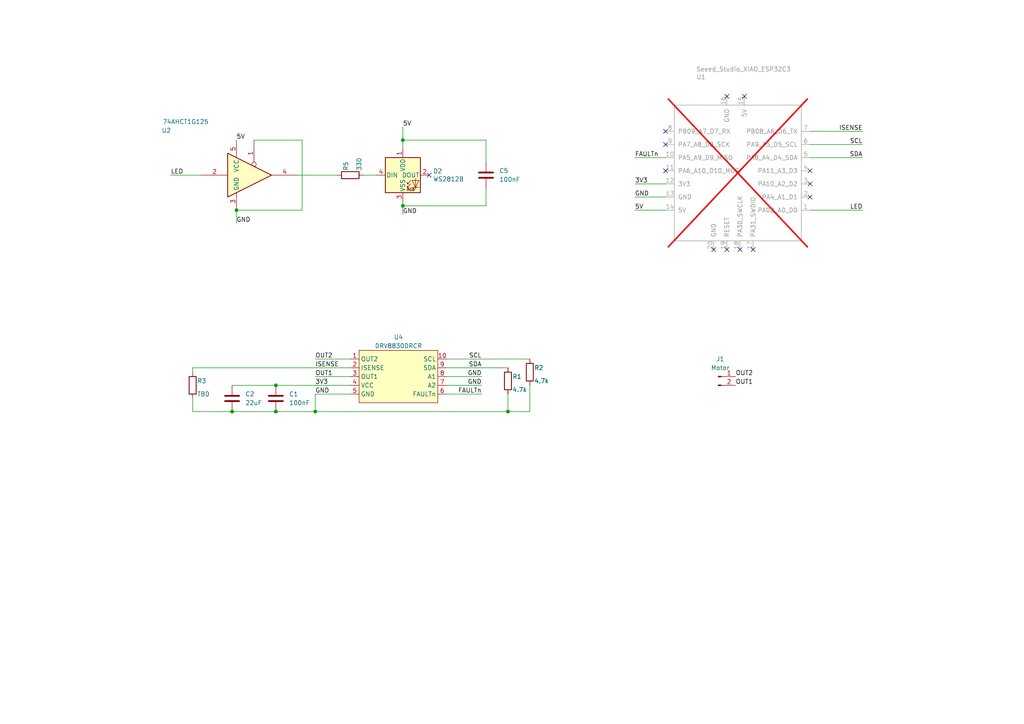
<source format=kicad_sch>
(kicad_sch (version 20231120) (generator "eeschema") (generator_version "8.0")
  (paper "A4")
  (lib_symbols
    (symbol "74xGxx:74AHCT1G125"
      (property "Reference" "U" (at -2.54 3.81 0))
      (property "Value" "74AHCT1G125" (at 0 -3.81 0))
      (symbol "74AHCT1G125_0_1"
        (polyline (pts (xy -7.62 6.35) (xy -7.62 -6.35) (xy 5.08 0) (xy -7.62 6.35)) (stroke (width 0.254)) (fill (type background)))
      )
      (symbol "74AHCT1G125_1_1"
        (pin input inverted (at 0 10.16 270) (length 7.62) (name "~") (number "1"))
        (pin input line (at -15.24 0 0) (length 7.62) (name "~") (number "2"))
        (pin power_in line (at -5.08 -10.16 90) (length 5.08) (name "GND") (number "3"))
        (pin tri_state line (at 12.7 0 180) (length 7.62) (name "~") (number "4"))
        (pin power_in line (at -5.08 10.16 270) (length 5.08) (name "VCC") (number "5"))
      )
    )
    (symbol "Connector:Conn_01x02_Pin" (pin_names (offset 1.016) hide)
      (property "Reference" "J" (at 0 2.54 0))
      (property "Value" "Conn_01x02_Pin" (at 0 -5.08 0))
      (symbol "Conn_01x02_Pin_1_1"
        (polyline (pts (xy 1.27 -2.54) (xy 0.8636 -2.54)) (stroke (width 0.1524)))
        (polyline (pts (xy 1.27 0) (xy 0.8636 0)) (stroke (width 0.1524)))
        (rectangle (start 0.8636 -2.413) (end 0 -2.667) (stroke (width 0.1524)) (fill (type outline)))
        (rectangle (start 0.8636 0.127) (end 0 -0.127) (stroke (width 0.1524)) (fill (type outline)))
        (pin passive line (at 5.08 0 180) (length 3.81) (name "Pin_1") (number "1"))
        (pin passive line (at 5.08 -2.54 180) (length 3.81) (name "Pin_2") (number "2"))
      )
    )
    (symbol "Device:C" (pin_numbers hide) (pin_names (offset 0.254))
      (property "Reference" "C" (at 0.635 2.54 0))
      (property "Value" "C" (at 0.635 -2.54 0))
      (symbol "C_0_1"
        (polyline (pts (xy -2.032 -0.762) (xy 2.032 -0.762)) (stroke (width 0.508)))
        (polyline (pts (xy -2.032 0.762) (xy 2.032 0.762)) (stroke (width 0.508)))
      )
      (symbol "C_1_1"
        (pin passive line (at 0 3.81 270) (length 2.794) (name "~") (number "1"))
        (pin passive line (at 0 -3.81 90) (length 2.794) (name "~") (number "2"))
      )
    )
    (symbol "Device:R" (pin_numbers hide) (pin_names (offset 0))
      (property "Reference" "R" (at 2.032 0 90))
      (property "Value" "R" (at 0 0 90))
      (symbol "R_0_1"
        (rectangle (start -1.016 -2.54) (end 1.016 2.54) (stroke (width 0.254)))
      )
      (symbol "R_1_1"
        (pin passive line (at 0 3.81 270) (length 1.27) (name "~") (number "1"))
        (pin passive line (at 0 -3.81 90) (length 1.27) (name "~") (number "2"))
      )
    )
    (symbol "LED:WS2812B" (pin_names (offset 0.254))
      (property "Reference" "D" (at 5.08 5.715 0))
      (property "Value" "WS2812B" (at 1.27 -5.715 0))
      (symbol "WS2812B_0_0"
        (text "RGB" (at 2.286 -4.191 0) (effects (font (size 0.762 0.762))))
      )
      (symbol "WS2812B_0_1"
        (polyline (pts (xy 1.27 -3.556) (xy 1.778 -3.556)))
        (polyline (pts (xy 1.27 -2.54) (xy 1.778 -2.54)))
        (polyline (pts (xy 4.699 -3.556) (xy 2.667 -3.556)))
        (polyline (pts (xy 2.286 -2.54) (xy 1.27 -3.556) (xy 1.27 -3.048)))
        (polyline (pts (xy 2.286 -1.524) (xy 1.27 -2.54) (xy 1.27 -2.032)))
        (polyline (pts (xy 3.683 -1.016) (xy 3.683 -3.556) (xy 3.683 -4.064)))
        (polyline (pts (xy 4.699 -1.524) (xy 2.667 -1.524) (xy 3.683 -3.556) (xy 4.699 -1.524)))
        (rectangle (start 5.08 5.08) (end -5.08 -5.08) (stroke (width 0.254)) (fill (type background)))
      )
      (symbol "WS2812B_1_1"
        (pin power_in line (at 0 7.62 270) (length 2.54) (name "VDD") (number "1"))
        (pin output line (at 7.62 0 180) (length 2.54) (name "DOUT") (number "2"))
        (pin power_in line (at 0 -7.62 90) (length 2.54) (name "VSS") (number "3"))
        (pin input line (at -7.62 0 0) (length 2.54) (name "DIN") (number "4"))
      )
    )
    (symbol "Seeed_Studio_XIAO_Series:Seeed_Studio_XIAO_Generic" (pin_names (offset 1.016))
      (property "Reference" "U" (at -13.716 28.702 0))
      (property "Value" "Seeed_Studio_XIAO_Generic" (at -2.54 30.988 0))
      (symbol "Seeed_Studio_XIAO_Generic_0_1"
        (rectangle (start -19.05 20.32) (end 17.78 -19.05))
      )
      (symbol "Seeed_Studio_XIAO_Generic_1_1"
        (pin bidirectional line (at -21.59 11.43 0) (length 2.54) (name "PA02_A0_D0") (number "1"))
        (pin bidirectional line (at 20.32 -3.81 180) (length 2.54) (name "PA5_A9_D9_MISO") (number "10"))
        (pin bidirectional line (at 20.32 0 180) (length 2.54) (name "PA6_A10_D10_MOSI") (number "11"))
        (pin power_out line (at 20.32 3.81 180) (length 2.54) (name "3V3") (number "12"))
        (pin power_in line (at 20.32 7.62 180) (length 2.54) (name "GND") (number "13"))
        (pin power_out line (at 20.32 11.43 180) (length 2.54) (name "5V") (number "14"))
        (pin power_out line (at -2.54 -21.59 90) (length 2.54) (name "5V") (number "15"))
        (pin power_in line (at 2.54 -21.59 90) (length 2.54) (name "GND") (number "16"))
        (pin input line (at -5.08 22.86 270) (length 2.54) (name "PA31_SWDIO") (number "17"))
        (pin input line (at -1.27 22.86 270) (length 2.54) (name "PA30_SWCLK") (number "18"))
        (pin input line (at 2.54 22.86 270) (length 2.54) (name "RESET") (number "19"))
        (pin bidirectional line (at -21.59 7.62 0) (length 2.54) (name "PA4_A1_D1") (number "2"))
        (pin power_in line (at 6.35 22.86 270) (length 2.54) (name "GND") (number "20"))
        (pin bidirectional line (at -21.59 3.81 0) (length 2.54) (name "PA10_A2_D2") (number "3"))
        (pin bidirectional line (at -21.59 0 0) (length 2.54) (name "PA11_A3_D3") (number "4"))
        (pin bidirectional line (at -21.59 -3.81 0) (length 2.54) (name "PA8_A4_D4_SDA") (number "5"))
        (pin bidirectional line (at -21.59 -7.62 0) (length 2.54) (name "PA9_A5_D5_SCL") (number "6"))
        (pin bidirectional line (at -21.59 -11.43 0) (length 2.54) (name "PB08_A6_D6_TX") (number "7"))
        (pin bidirectional line (at 20.32 -11.43 180) (length 2.54) (name "PB09_A7_D7_RX") (number "8"))
        (pin bidirectional line (at 20.32 -7.62 180) (length 2.54) (name "PA7_A8_D8_SCK") (number "9"))
      )
    )
    (symbol "mayhem:DRV8830"
      (property "Reference" "U" (at 0 -2.54 0))
      (symbol "DRV8830_1_1"
        (rectangle (start -11.43 -3.81) (end 11.43 -19.05) (fill (type background)))
        (pin output line (at -13.97 -6.35 0) (length 2.54) (name "OUT2") (number "1"))
        (pin bidirectional line (at 13.97 -6.35 180) (length 2.54) (name "SCL") (number "10"))
        (pin input line (at -13.97 -8.89 0) (length 2.54) (name "ISENSE") (number "2"))
        (pin output line (at -13.97 -11.43 0) (length 2.54) (name "OUT1") (number "3"))
        (pin power_in line (at -13.97 -13.97 0) (length 2.54) (name "VCC") (number "4"))
        (pin power_in line (at -13.97 -16.51 0) (length 2.54) (name "GND") (number "5"))
        (pin output line (at 13.97 -16.51 180) (length 2.54) (name "FAULTn") (number "6"))
        (pin input line (at 13.97 -13.97 180) (length 2.54) (name "A2") (number "7"))
        (pin input line (at 13.97 -11.43 180) (length 2.54) (name "A1") (number "8"))
        (pin bidirectional line (at 13.97 -8.89 180) (length 2.54) (name "SDA") (number "9"))
      )
    )
  )
  (junction (at 80.01 111.76))
  (junction (at 116.84 59.69))
  (junction (at 67.31 119.38))
  (junction (at 91.44 119.38))
  (junction (at 80.01 119.38))
  (junction (at 68.58 60.96))
  (junction (at 147.32 119.38))
  (junction (at 116.84 40.64))
  (no_connect (at 193.04 49.53))
  (no_connect (at 210.82 72.39))
  (no_connect (at 218.44 72.39))
  (no_connect (at 210.82 27.94))
  (no_connect (at 207.01 72.39))
  (no_connect (at 234.95 57.15))
  (no_connect (at 193.04 41.91))
  (no_connect (at 234.95 49.53))
  (no_connect (at 234.95 53.34))
  (no_connect (at 193.04 38.1))
  (no_connect (at 214.63 72.39))
  (no_connect (at 215.9 27.94))
  (no_connect (at 124.46 50.8))
  (wire (pts (xy 86.36 50.8) (xy 97.79 50.8)))
  (wire (pts (xy 129.54 106.68) (xy 147.32 106.68)))
  (wire (pts (xy 68.58 60.96) (xy 68.58 64.77)))
  (wire (pts (xy 129.54 111.76) (xy 139.7 111.76)))
  (wire (pts (xy 116.84 59.69) (xy 140.97 59.69)))
  (wire (pts (xy 55.88 106.68) (xy 55.88 107.95)))
  (wire (pts (xy 147.32 119.38) (xy 147.32 114.3)))
  (wire (pts (xy 184.15 53.34) (xy 193.04 53.34)))
  (wire (pts (xy 67.31 119.38) (xy 80.01 119.38)))
  (wire (pts (xy 184.15 60.96) (xy 193.04 60.96)))
  (wire (pts (xy 116.84 43.18) (xy 116.84 40.64)))
  (wire (pts (xy 73.66 40.64) (xy 87.63 40.64)))
  (wire (pts (xy 234.95 45.72) (xy 250.19 45.72)))
  (wire (pts (xy 91.44 119.38) (xy 147.32 119.38)))
  (wire (pts (xy 80.01 111.76) (xy 101.6 111.76)))
  (wire (pts (xy 234.95 38.1) (xy 250.19 38.1)))
  (wire (pts (xy 55.88 119.38) (xy 55.88 115.57)))
  (wire (pts (xy 91.44 104.14) (xy 101.6 104.14)))
  (wire (pts (xy 140.97 40.64) (xy 116.84 40.64)))
  (wire (pts (xy 80.01 119.38) (xy 91.44 119.38)))
  (wire (pts (xy 67.31 119.38) (xy 55.88 119.38)))
  (wire (pts (xy 55.88 106.68) (xy 101.6 106.68)))
  (wire (pts (xy 49.53 50.8) (xy 58.42 50.8)))
  (wire (pts (xy 91.44 109.22) (xy 101.6 109.22)))
  (wire (pts (xy 140.97 54.61) (xy 140.97 59.69)))
  (wire (pts (xy 116.84 58.42) (xy 116.84 59.69)))
  (wire (pts (xy 147.32 119.38) (xy 153.67 119.38)))
  (wire (pts (xy 116.84 59.69) (xy 116.84 62.23)))
  (wire (pts (xy 116.84 40.64) (xy 116.84 36.83)))
  (wire (pts (xy 234.95 41.91) (xy 250.19 41.91)))
  (wire (pts (xy 184.15 45.72) (xy 193.04 45.72)))
  (wire (pts (xy 153.67 119.38) (xy 153.67 111.76)))
  (wire (pts (xy 140.97 46.99) (xy 140.97 40.64)))
  (wire (pts (xy 234.95 60.96) (xy 250.19 60.96)))
  (wire (pts (xy 91.44 114.3) (xy 101.6 114.3)))
  (wire (pts (xy 129.54 109.22) (xy 139.7 109.22)))
  (wire (pts (xy 87.63 60.96) (xy 68.58 60.96)))
  (wire (pts (xy 87.63 40.64) (xy 87.63 60.96)))
  (wire (pts (xy 129.54 114.3) (xy 139.7 114.3)))
  (wire (pts (xy 67.31 111.76) (xy 80.01 111.76)))
  (wire (pts (xy 109.22 50.8) (xy 105.41 50.8)))
  (wire (pts (xy 184.15 57.15) (xy 193.04 57.15)))
  (wire (pts (xy 129.54 104.14) (xy 153.67 104.14)))
  (wire (pts (xy 91.44 119.38) (xy 91.44 114.3)))
  (label "OUT2" (at 91.44 104.14 0))
  (label "LED" (at 49.53 50.8 0))
  (label "OUT1" (at 213.36 111.76 0))
  (label "5V" (at 184.15 60.96 0))
  (label "3V3" (at 184.15 53.34 0))
  (label "GND" (at 139.7 111.76 180))
  (label "OUT1" (at 91.44 109.22 0))
  (label "ISENSE" (at 250.19 38.1 180))
  (label "ISENSE" (at 91.44 106.68 0))
  (label "5V" (at 68.58 40.64 0))
  (label "GND" (at 139.7 109.22 180))
  (label "LED" (at 250.19 60.96 180))
  (label "SDA" (at 250.19 45.72 180))
  (label "GND" (at 68.58 64.77 0))
  (label "SCL" (at 250.19 41.91 180))
  (label "3V3" (at 91.44 111.76 0))
  (label "SCL" (at 139.7 104.14 180))
  (label "FAULTn" (at 184.15 45.72 0))
  (label "5V" (at 116.84 36.83 0))
  (label "GND" (at 91.44 114.3 0))
  (label "FAULTn" (at 139.7 114.3 180))
  (label "SDA" (at 139.7 106.68 180))
  (label "OUT2" (at 213.36 109.22 0))
  (label "GND" (at 184.15 57.15 0))
  (label "GND" (at 116.84 62.23 0))
  (symbol (lib_id "LED:WS2812B") (at 116.84 50.8 0) (unit 1)
    (property "Reference" "D2" (at 125.5776 49.6316 0) (effects (justify left)))
    (property "Value" "WS2812B" (at 125.5776 51.943 0) (effects (justify left)))
    (property "Footprint" "LED_SMD:LED_WS2812B_PLCC4_5.0x5.0mm_P3.2mm" (effects (hide yes)))
    (property "Datasheet" "https://cdn-shop.adafruit.com/datasheets/WS2812B.pdf" (effects (hide yes)))
  )
  (symbol (lib_id "74xGxx:74AHCT1G125") (at 73.66 50.8 0) (unit 1)
    (property "Reference" "U2" (at 48.26 37.846 0))
    (property "Value" "74AHCT1G125" (at 53.848 35.306 0))
    (property "Footprint" "Package_TO_SOT_SMD:SOT-353_SC-70-5" (effects (hide yes)))
    (property "Datasheet" "http://www.ti.com/lit/sg/scyt129e/scyt129e.pdf" (effects (hide yes)))
    (property "Description" "Single Buffer Gate Tri-State, Low-Voltage CMOS" (effects (hide yes)))
  )
  (symbol (lib_id "Device:R") (at 101.6 50.8 90) (unit 1)
    (property "Reference" "R5" (at 100.33 49.53 0) (effects (justify left)))
    (property "Value" "330" (at 104.14 49.53 0) (effects (justify left)))
    (property "Footprint" "Resistor_SMD:R_0805_2012Metric" (effects (hide yes)))
  )
  (symbol (lib_id "Device:C") (at 80.01 115.57 0) (unit 1)
    (property "Reference" "C1" (at 83.82 114.2999 0) (effects (justify left)))
    (property "Value" "100nF" (at 83.82 116.8399 0) (effects (justify left)))
    (property "Footprint" "Capacitor_SMD:C_0805_2012Metric" (effects (hide yes)))
  )
  (symbol (lib_id "Connector:Conn_01x02_Pin") (at 208.28 109.22 0) (unit 1)
    (property "Reference" "J1" (at 208.915 104.14 0))
    (property "Value" "Motor" (at 208.915 106.68 0))
    (property "Footprint" "Connector_PinHeader_2.54mm:PinHeader_1x02_P2.54mm_Vertical" (effects (hide yes)))
    (property "Description" "Generic connector, single row, 01x02, script generated" (effects (hide yes)))
  )
  (symbol (lib_id "Device:C") (at 140.97 50.8 0) (unit 1)
    (property "Reference" "C5" (at 144.78 49.5299 0) (effects (justify left)))
    (property "Value" "100nF" (at 144.78 52.0699 0) (effects (justify left)))
    (property "Footprint" "Capacitor_SMD:C_0805_2012Metric" (effects (hide yes)))
  )
  (symbol (lib_id "mayhem:DRV8830") (at 115.57 97.79 0) (unit 1)
    (property "Reference" "U4" (at 115.57 97.79 0))
    (property "Value" "DRV8830DRCR" (at 115.57 100.33 0))
    (property "Footprint" "Package_SON:VSON-10-1EP_3x3mm_P0.5mm_EP1.65x2.4mm_ThermalVias" (effects (hide yes)))
  )
  (symbol (lib_id "Seeed_Studio_XIAO_Series:Seeed_Studio_XIAO_Generic") (at 213.36 49.53 180) (unit 1) (dnp yes)
    (property "Reference" "U1" (at 201.93 22.352 0) (effects (justify right)))
    (property "Value" "Seeed_Studio_XIAO_ESP32C3" (at 201.93 20.066 0) (effects (justify right)))
    (property "Footprint" "Seeed Studio XIAO Series Library:XIAO-ESP32C3-14P-2.54-21X17.8MM" (effects (hide yes)))
  )
  (symbol (lib_id "Device:R") (at 147.32 110.49 0) (unit 1)
    (property "Reference" "R1" (at 148.59 109.22 0) (effects (justify left)))
    (property "Value" "4.7k" (at 148.59 113.03 0) (effects (justify left)))
    (property "Footprint" "Resistor_SMD:R_0805_2012Metric" (effects (hide yes)))
    (property "Description" "Resistor" (effects (hide yes)))
  )
  (symbol (lib_id "Device:R") (at 153.67 107.95 0) (unit 1)
    (property "Reference" "R2" (at 154.94 106.68 0) (effects (justify left)))
    (property "Value" "4.7k" (at 154.94 110.49 0) (effects (justify left)))
    (property "Footprint" "Resistor_SMD:R_0805_2012Metric" (effects (hide yes)))
    (property "Description" "Resistor" (effects (hide yes)))
  )
  (symbol (lib_id "Device:C") (at 67.31 115.57 0) (unit 1)
    (property "Reference" "C2" (at 71.12 114.2999 0) (effects (justify left)))
    (property "Value" "22uF" (at 71.12 116.8399 0) (effects (justify left)))
    (property "Footprint" "Capacitor_SMD:C_0805_2012Metric" (effects (hide yes)))
  )
  (symbol (lib_id "Device:R") (at 55.88 111.76 0) (unit 1)
    (property "Reference" "R3" (at 57.15 110.49 0) (effects (justify left)))
    (property "Value" "TBD" (at 57.15 114.3 0) (effects (justify left)))
    (property "Footprint" "Resistor_SMD:R_0805_2012Metric" (effects (hide yes)))
  )
)
</source>
